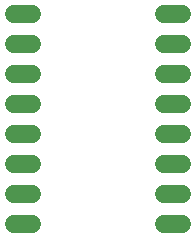
<source format=gbl>
G75*
%MOIN*%
%OFA0B0*%
%FSLAX25Y25*%
%IPPOS*%
%LPD*%
%AMOC8*
5,1,8,0,0,1.08239X$1,22.5*
%
%ADD10C,0.06000*%
D10*
X0008000Y0011000D02*
X0014000Y0011000D01*
X0014000Y0021000D02*
X0008000Y0021000D01*
X0008000Y0031000D02*
X0014000Y0031000D01*
X0014000Y0041000D02*
X0008000Y0041000D01*
X0008000Y0051000D02*
X0014000Y0051000D01*
X0014000Y0061000D02*
X0008000Y0061000D01*
X0008000Y0071000D02*
X0014000Y0071000D01*
X0014000Y0081000D02*
X0008000Y0081000D01*
X0058000Y0081000D02*
X0064000Y0081000D01*
X0064000Y0071000D02*
X0058000Y0071000D01*
X0058000Y0061000D02*
X0064000Y0061000D01*
X0064000Y0051000D02*
X0058000Y0051000D01*
X0058000Y0041000D02*
X0064000Y0041000D01*
X0064000Y0031000D02*
X0058000Y0031000D01*
X0058000Y0021000D02*
X0064000Y0021000D01*
X0064000Y0011000D02*
X0058000Y0011000D01*
M02*

</source>
